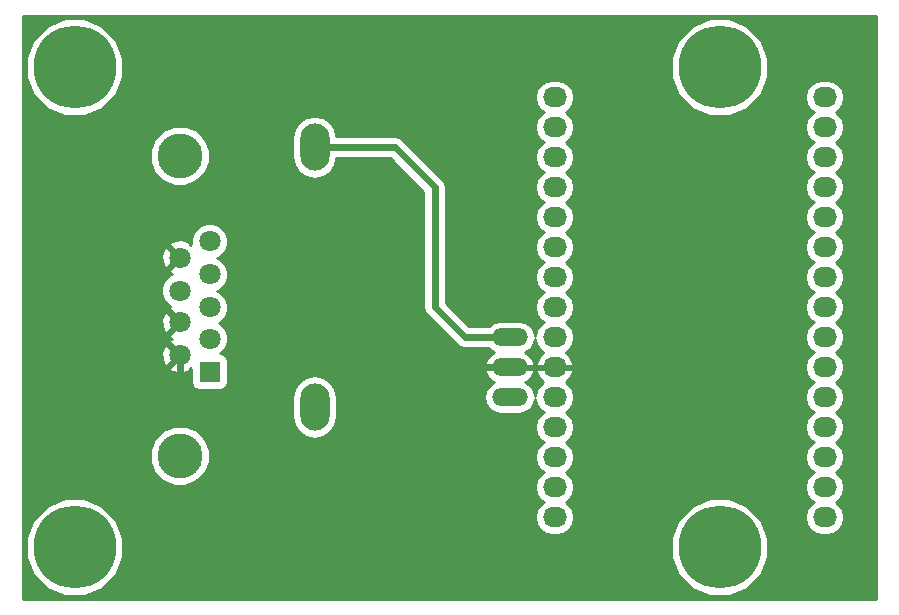
<source format=gbr>
G04 #@! TF.FileFunction,Copper,L1,Top,Signal*
%FSLAX46Y46*%
G04 Gerber Fmt 4.6, Leading zero omitted, Abs format (unit mm)*
G04 Created by KiCad (PCBNEW 4.0.5+dfsg1-4) date Mon Apr 17 17:31:13 2017*
%MOMM*%
%LPD*%
G01*
G04 APERTURE LIST*
%ADD10C,0.100000*%
%ADD11O,2.032000X1.727200*%
%ADD12C,3.810000*%
%ADD13R,1.800000X1.800000*%
%ADD14C,1.800000*%
%ADD15O,2.499360X4.000500*%
%ADD16O,3.014980X1.506220*%
%ADD17C,7.000000*%
%ADD18C,0.600000*%
%ADD19C,0.254000*%
G04 APERTURE END LIST*
D10*
D11*
X93980000Y-43180000D03*
X93980000Y-45720000D03*
X93980000Y-48260000D03*
X93980000Y-50800000D03*
X93980000Y-53340000D03*
X93980000Y-55880000D03*
X93980000Y-58420000D03*
X93980000Y-60960000D03*
X93980000Y-63500000D03*
X93980000Y-66040000D03*
X93980000Y-68580000D03*
X93980000Y-71120000D03*
X93980000Y-73660000D03*
X93980000Y-76200000D03*
X93980000Y-78740000D03*
X116840000Y-43180000D03*
X116840000Y-73660000D03*
X116840000Y-76200000D03*
X116840000Y-71120000D03*
X116840000Y-55880000D03*
X116840000Y-53340000D03*
X116840000Y-58420000D03*
X116840000Y-78740000D03*
X116840000Y-63500000D03*
X116840000Y-60960000D03*
X116840000Y-66040000D03*
X116840000Y-68580000D03*
X116840000Y-48260000D03*
X116840000Y-50800000D03*
X116840000Y-45720000D03*
D12*
X62230000Y-48133000D03*
X62230000Y-73533000D03*
D13*
X64770000Y-66421000D03*
D14*
X64770000Y-63627000D03*
X64770000Y-60960000D03*
X64770000Y-58166000D03*
X64770000Y-55372000D03*
X62230000Y-65024000D03*
X62230000Y-62230000D03*
X62230000Y-59563000D03*
X62230000Y-56769000D03*
D15*
X73660000Y-47419260D03*
X73660000Y-69420740D03*
D16*
X90170000Y-68580000D03*
X90170000Y-66040000D03*
X90170000Y-63500000D03*
D17*
X53340000Y-81280000D03*
X107950000Y-81280000D03*
X107950000Y-40640000D03*
X53340000Y-40640000D03*
D18*
X62230000Y-65024000D02*
X62230000Y-68580000D01*
X85090000Y-66040000D02*
X90170000Y-66040000D01*
X77470000Y-73660000D02*
X85090000Y-66040000D01*
X69850000Y-73660000D02*
X77470000Y-73660000D01*
X66040000Y-69850000D02*
X69850000Y-73660000D01*
X63500000Y-69850000D02*
X66040000Y-69850000D01*
X62230000Y-68580000D02*
X63500000Y-69850000D01*
X73660000Y-47419260D02*
X80439260Y-47419260D01*
X86360000Y-63500000D02*
X90170000Y-63500000D01*
X83820000Y-60960000D02*
X86360000Y-63500000D01*
X83820000Y-50800000D02*
X83820000Y-60960000D01*
X80439260Y-47419260D02*
X83820000Y-50800000D01*
D19*
G36*
X121210000Y-85650000D02*
X48970000Y-85650000D01*
X48970000Y-82098894D01*
X49204284Y-82098894D01*
X49832474Y-83619229D01*
X50994653Y-84783438D01*
X52513889Y-85414280D01*
X54158894Y-85415716D01*
X55679229Y-84787526D01*
X56843438Y-83625347D01*
X57474280Y-82106111D01*
X57474286Y-82098894D01*
X103814284Y-82098894D01*
X104442474Y-83619229D01*
X105604653Y-84783438D01*
X107123889Y-85414280D01*
X108768894Y-85415716D01*
X110289229Y-84787526D01*
X111453438Y-83625347D01*
X112084280Y-82106111D01*
X112085716Y-80461106D01*
X111457526Y-78940771D01*
X110295347Y-77776562D01*
X108776111Y-77145720D01*
X107131106Y-77144284D01*
X105610771Y-77772474D01*
X104446562Y-78934653D01*
X103815720Y-80453889D01*
X103814284Y-82098894D01*
X57474286Y-82098894D01*
X57475716Y-80461106D01*
X56847526Y-78940771D01*
X55685347Y-77776562D01*
X54166111Y-77145720D01*
X52521106Y-77144284D01*
X51000771Y-77772474D01*
X49836562Y-78934653D01*
X49205720Y-80453889D01*
X49204284Y-82098894D01*
X48970000Y-82098894D01*
X48970000Y-74036021D01*
X59689560Y-74036021D01*
X60075437Y-74969915D01*
X60789327Y-75685052D01*
X61722546Y-76072559D01*
X62733021Y-76073440D01*
X63666915Y-75687563D01*
X64382052Y-74973673D01*
X64769559Y-74040454D01*
X64770440Y-73029979D01*
X64384563Y-72096085D01*
X63670673Y-71380948D01*
X62737454Y-70993441D01*
X61726979Y-70992560D01*
X60793085Y-71378437D01*
X60077948Y-72092327D01*
X59690441Y-73025546D01*
X59689560Y-74036021D01*
X48970000Y-74036021D01*
X48970000Y-68618542D01*
X71775320Y-68618542D01*
X71775320Y-70222938D01*
X71918783Y-70944174D01*
X72327330Y-71555608D01*
X72938764Y-71964155D01*
X73660000Y-72107618D01*
X74381236Y-71964155D01*
X74992670Y-71555608D01*
X75401217Y-70944174D01*
X75544680Y-70222938D01*
X75544680Y-68618542D01*
X75537014Y-68580000D01*
X87985536Y-68580000D01*
X88091200Y-69111207D01*
X88392104Y-69561542D01*
X88842439Y-69862446D01*
X89373646Y-69968110D01*
X90966354Y-69968110D01*
X91497561Y-69862446D01*
X91947896Y-69561542D01*
X92248800Y-69111207D01*
X92325559Y-68725313D01*
X92410729Y-69153489D01*
X92735585Y-69639670D01*
X93050366Y-69850000D01*
X92735585Y-70060330D01*
X92410729Y-70546511D01*
X92296655Y-71120000D01*
X92410729Y-71693489D01*
X92735585Y-72179670D01*
X93050366Y-72390000D01*
X92735585Y-72600330D01*
X92410729Y-73086511D01*
X92296655Y-73660000D01*
X92410729Y-74233489D01*
X92735585Y-74719670D01*
X93050366Y-74930000D01*
X92735585Y-75140330D01*
X92410729Y-75626511D01*
X92296655Y-76200000D01*
X92410729Y-76773489D01*
X92735585Y-77259670D01*
X93050366Y-77470000D01*
X92735585Y-77680330D01*
X92410729Y-78166511D01*
X92296655Y-78740000D01*
X92410729Y-79313489D01*
X92735585Y-79799670D01*
X93221766Y-80124526D01*
X93795255Y-80238600D01*
X94164745Y-80238600D01*
X94738234Y-80124526D01*
X95224415Y-79799670D01*
X95549271Y-79313489D01*
X95663345Y-78740000D01*
X95549271Y-78166511D01*
X95224415Y-77680330D01*
X94909634Y-77470000D01*
X95224415Y-77259670D01*
X95549271Y-76773489D01*
X95663345Y-76200000D01*
X95549271Y-75626511D01*
X95224415Y-75140330D01*
X94909634Y-74930000D01*
X95224415Y-74719670D01*
X95549271Y-74233489D01*
X95663345Y-73660000D01*
X95549271Y-73086511D01*
X95224415Y-72600330D01*
X94909634Y-72390000D01*
X95224415Y-72179670D01*
X95549271Y-71693489D01*
X95663345Y-71120000D01*
X95549271Y-70546511D01*
X95224415Y-70060330D01*
X94909634Y-69850000D01*
X95224415Y-69639670D01*
X95549271Y-69153489D01*
X95663345Y-68580000D01*
X95549271Y-68006511D01*
X95224415Y-67520330D01*
X94914931Y-67313539D01*
X95330732Y-66942036D01*
X95584709Y-66414791D01*
X95587358Y-66399026D01*
X95466217Y-66167000D01*
X94107000Y-66167000D01*
X94107000Y-66187000D01*
X93853000Y-66187000D01*
X93853000Y-66167000D01*
X92493783Y-66167000D01*
X92372642Y-66399026D01*
X92375291Y-66414791D01*
X92629268Y-66942036D01*
X93045069Y-67313539D01*
X92735585Y-67520330D01*
X92410729Y-68006511D01*
X92325559Y-68434687D01*
X92248800Y-68048793D01*
X91947896Y-67598458D01*
X91497561Y-67297554D01*
X91494694Y-67296984D01*
X91572919Y-67273846D01*
X91995724Y-66931740D01*
X92255427Y-66453875D01*
X92269783Y-66381674D01*
X92147162Y-66167000D01*
X90297000Y-66167000D01*
X90297000Y-66187000D01*
X90043000Y-66187000D01*
X90043000Y-66167000D01*
X88192838Y-66167000D01*
X88070217Y-66381674D01*
X88084573Y-66453875D01*
X88344276Y-66931740D01*
X88767081Y-67273846D01*
X88845306Y-67296984D01*
X88842439Y-67297554D01*
X88392104Y-67598458D01*
X88091200Y-68048793D01*
X87985536Y-68580000D01*
X75537014Y-68580000D01*
X75401217Y-67897306D01*
X74992670Y-67285872D01*
X74381236Y-66877325D01*
X73660000Y-66733862D01*
X72938764Y-66877325D01*
X72327330Y-67285872D01*
X71918783Y-67897306D01*
X71775320Y-68618542D01*
X48970000Y-68618542D01*
X48970000Y-64783336D01*
X60683542Y-64783336D01*
X60709161Y-65393460D01*
X60893357Y-65838148D01*
X61149841Y-65924554D01*
X62050395Y-65024000D01*
X61149841Y-64123446D01*
X60893357Y-64209852D01*
X60683542Y-64783336D01*
X48970000Y-64783336D01*
X48970000Y-61989336D01*
X60683542Y-61989336D01*
X60709161Y-62599460D01*
X60893357Y-63044148D01*
X61149841Y-63130554D01*
X62050395Y-62230000D01*
X61149841Y-61329446D01*
X60893357Y-61415852D01*
X60683542Y-61989336D01*
X48970000Y-61989336D01*
X48970000Y-59866991D01*
X60694735Y-59866991D01*
X60927932Y-60431371D01*
X61359357Y-60863551D01*
X61423504Y-60890187D01*
X61415852Y-60893357D01*
X61329446Y-61149841D01*
X62230000Y-62050395D01*
X62244143Y-62036253D01*
X62423748Y-62215858D01*
X62409605Y-62230000D01*
X62423748Y-62244143D01*
X62244143Y-62423748D01*
X62230000Y-62409605D01*
X61329446Y-63310159D01*
X61415852Y-63566643D01*
X61570599Y-63623259D01*
X61415852Y-63687357D01*
X61329446Y-63943841D01*
X62230000Y-64844395D01*
X62244143Y-64830253D01*
X62423748Y-65009858D01*
X62409605Y-65024000D01*
X62423748Y-65038143D01*
X62244143Y-65217748D01*
X62230000Y-65203605D01*
X61329446Y-66104159D01*
X61415852Y-66360643D01*
X61989336Y-66570458D01*
X62599460Y-66544839D01*
X63044148Y-66360643D01*
X63130553Y-66104161D01*
X63222560Y-66196168D01*
X63222560Y-67321000D01*
X63266838Y-67556317D01*
X63405910Y-67772441D01*
X63618110Y-67917431D01*
X63870000Y-67968440D01*
X65670000Y-67968440D01*
X65905317Y-67924162D01*
X66121441Y-67785090D01*
X66266431Y-67572890D01*
X66317440Y-67321000D01*
X66317440Y-65521000D01*
X66273162Y-65285683D01*
X66134090Y-65069559D01*
X65921890Y-64924569D01*
X65689933Y-64877596D01*
X66070551Y-64497643D01*
X66304733Y-63933670D01*
X66305265Y-63323009D01*
X66072068Y-62758629D01*
X65640643Y-62326449D01*
X65561795Y-62293709D01*
X65638371Y-62262068D01*
X66070551Y-61830643D01*
X66304733Y-61266670D01*
X66305265Y-60656009D01*
X66072068Y-60091629D01*
X65640643Y-59659449D01*
X65408493Y-59563052D01*
X65638371Y-59468068D01*
X66070551Y-59036643D01*
X66304733Y-58472670D01*
X66305265Y-57862009D01*
X66072068Y-57297629D01*
X65640643Y-56865449D01*
X65408493Y-56769052D01*
X65638371Y-56674068D01*
X66070551Y-56242643D01*
X66304733Y-55678670D01*
X66305265Y-55068009D01*
X66072068Y-54503629D01*
X65640643Y-54071449D01*
X65076670Y-53837267D01*
X64466009Y-53836735D01*
X63901629Y-54069932D01*
X63469449Y-54501357D01*
X63235267Y-55065330D01*
X63234815Y-55584577D01*
X63130553Y-55688839D01*
X63044148Y-55432357D01*
X62470664Y-55222542D01*
X61860540Y-55248161D01*
X61415852Y-55432357D01*
X61329446Y-55688841D01*
X62230000Y-56589395D01*
X62244143Y-56575253D01*
X62423748Y-56754858D01*
X62409605Y-56769000D01*
X62423748Y-56783143D01*
X62244143Y-56962748D01*
X62230000Y-56948605D01*
X61329446Y-57849159D01*
X61415852Y-58105643D01*
X61586424Y-58168049D01*
X61361629Y-58260932D01*
X60929449Y-58692357D01*
X60695267Y-59256330D01*
X60694735Y-59866991D01*
X48970000Y-59866991D01*
X48970000Y-56528336D01*
X60683542Y-56528336D01*
X60709161Y-57138460D01*
X60893357Y-57583148D01*
X61149841Y-57669554D01*
X62050395Y-56769000D01*
X61149841Y-55868446D01*
X60893357Y-55954852D01*
X60683542Y-56528336D01*
X48970000Y-56528336D01*
X48970000Y-48636021D01*
X59689560Y-48636021D01*
X60075437Y-49569915D01*
X60789327Y-50285052D01*
X61722546Y-50672559D01*
X62733021Y-50673440D01*
X63666915Y-50287563D01*
X64382052Y-49573673D01*
X64769559Y-48640454D01*
X64770440Y-47629979D01*
X64384563Y-46696085D01*
X64305678Y-46617062D01*
X71775320Y-46617062D01*
X71775320Y-48221458D01*
X71918783Y-48942694D01*
X72327330Y-49554128D01*
X72938764Y-49962675D01*
X73660000Y-50106138D01*
X74381236Y-49962675D01*
X74992670Y-49554128D01*
X75401217Y-48942694D01*
X75518264Y-48354260D01*
X80051970Y-48354260D01*
X82885000Y-51187290D01*
X82885000Y-60960000D01*
X82956173Y-61317809D01*
X83158855Y-61621145D01*
X85698855Y-64161145D01*
X86002191Y-64363827D01*
X86360000Y-64435000D01*
X88361006Y-64435000D01*
X88392104Y-64481542D01*
X88842439Y-64782446D01*
X88845306Y-64783016D01*
X88767081Y-64806154D01*
X88344276Y-65148260D01*
X88084573Y-65626125D01*
X88070217Y-65698326D01*
X88192838Y-65913000D01*
X90043000Y-65913000D01*
X90043000Y-65893000D01*
X90297000Y-65893000D01*
X90297000Y-65913000D01*
X92147162Y-65913000D01*
X92269783Y-65698326D01*
X92255427Y-65626125D01*
X91995724Y-65148260D01*
X91572919Y-64806154D01*
X91494694Y-64783016D01*
X91497561Y-64782446D01*
X91947896Y-64481542D01*
X92248800Y-64031207D01*
X92325559Y-63645313D01*
X92410729Y-64073489D01*
X92735585Y-64559670D01*
X93045069Y-64766461D01*
X92629268Y-65137964D01*
X92375291Y-65665209D01*
X92372642Y-65680974D01*
X92493783Y-65913000D01*
X93853000Y-65913000D01*
X93853000Y-65893000D01*
X94107000Y-65893000D01*
X94107000Y-65913000D01*
X95466217Y-65913000D01*
X95587358Y-65680974D01*
X95584709Y-65665209D01*
X95330732Y-65137964D01*
X94914931Y-64766461D01*
X95224415Y-64559670D01*
X95549271Y-64073489D01*
X95663345Y-63500000D01*
X95549271Y-62926511D01*
X95224415Y-62440330D01*
X94909634Y-62230000D01*
X95224415Y-62019670D01*
X95549271Y-61533489D01*
X95663345Y-60960000D01*
X95549271Y-60386511D01*
X95224415Y-59900330D01*
X94909634Y-59690000D01*
X95224415Y-59479670D01*
X95549271Y-58993489D01*
X95663345Y-58420000D01*
X95549271Y-57846511D01*
X95224415Y-57360330D01*
X94909634Y-57150000D01*
X95224415Y-56939670D01*
X95549271Y-56453489D01*
X95663345Y-55880000D01*
X95549271Y-55306511D01*
X95224415Y-54820330D01*
X94909634Y-54610000D01*
X95224415Y-54399670D01*
X95549271Y-53913489D01*
X95663345Y-53340000D01*
X95549271Y-52766511D01*
X95224415Y-52280330D01*
X94909634Y-52070000D01*
X95224415Y-51859670D01*
X95549271Y-51373489D01*
X95663345Y-50800000D01*
X95549271Y-50226511D01*
X95224415Y-49740330D01*
X94909634Y-49530000D01*
X95224415Y-49319670D01*
X95549271Y-48833489D01*
X95663345Y-48260000D01*
X95549271Y-47686511D01*
X95224415Y-47200330D01*
X94909634Y-46990000D01*
X95224415Y-46779670D01*
X95549271Y-46293489D01*
X95663345Y-45720000D01*
X95549271Y-45146511D01*
X95224415Y-44660330D01*
X94909634Y-44450000D01*
X95224415Y-44239670D01*
X95549271Y-43753489D01*
X95663345Y-43180000D01*
X95549271Y-42606511D01*
X95224415Y-42120330D01*
X94738234Y-41795474D01*
X94164745Y-41681400D01*
X93795255Y-41681400D01*
X93221766Y-41795474D01*
X92735585Y-42120330D01*
X92410729Y-42606511D01*
X92296655Y-43180000D01*
X92410729Y-43753489D01*
X92735585Y-44239670D01*
X93050366Y-44450000D01*
X92735585Y-44660330D01*
X92410729Y-45146511D01*
X92296655Y-45720000D01*
X92410729Y-46293489D01*
X92735585Y-46779670D01*
X93050366Y-46990000D01*
X92735585Y-47200330D01*
X92410729Y-47686511D01*
X92296655Y-48260000D01*
X92410729Y-48833489D01*
X92735585Y-49319670D01*
X93050366Y-49530000D01*
X92735585Y-49740330D01*
X92410729Y-50226511D01*
X92296655Y-50800000D01*
X92410729Y-51373489D01*
X92735585Y-51859670D01*
X93050366Y-52070000D01*
X92735585Y-52280330D01*
X92410729Y-52766511D01*
X92296655Y-53340000D01*
X92410729Y-53913489D01*
X92735585Y-54399670D01*
X93050366Y-54610000D01*
X92735585Y-54820330D01*
X92410729Y-55306511D01*
X92296655Y-55880000D01*
X92410729Y-56453489D01*
X92735585Y-56939670D01*
X93050366Y-57150000D01*
X92735585Y-57360330D01*
X92410729Y-57846511D01*
X92296655Y-58420000D01*
X92410729Y-58993489D01*
X92735585Y-59479670D01*
X93050366Y-59690000D01*
X92735585Y-59900330D01*
X92410729Y-60386511D01*
X92296655Y-60960000D01*
X92410729Y-61533489D01*
X92735585Y-62019670D01*
X93050366Y-62230000D01*
X92735585Y-62440330D01*
X92410729Y-62926511D01*
X92325559Y-63354687D01*
X92248800Y-62968793D01*
X91947896Y-62518458D01*
X91497561Y-62217554D01*
X90966354Y-62111890D01*
X89373646Y-62111890D01*
X88842439Y-62217554D01*
X88392104Y-62518458D01*
X88361006Y-62565000D01*
X86747290Y-62565000D01*
X84755000Y-60572710D01*
X84755000Y-50800000D01*
X84683827Y-50442191D01*
X84481145Y-50138855D01*
X81100405Y-46758115D01*
X80797069Y-46555433D01*
X80439260Y-46484260D01*
X75518264Y-46484260D01*
X75401217Y-45895826D01*
X74992670Y-45284392D01*
X74381236Y-44875845D01*
X73660000Y-44732382D01*
X72938764Y-44875845D01*
X72327330Y-45284392D01*
X71918783Y-45895826D01*
X71775320Y-46617062D01*
X64305678Y-46617062D01*
X63670673Y-45980948D01*
X62737454Y-45593441D01*
X61726979Y-45592560D01*
X60793085Y-45978437D01*
X60077948Y-46692327D01*
X59690441Y-47625546D01*
X59689560Y-48636021D01*
X48970000Y-48636021D01*
X48970000Y-41458894D01*
X49204284Y-41458894D01*
X49832474Y-42979229D01*
X50994653Y-44143438D01*
X52513889Y-44774280D01*
X54158894Y-44775716D01*
X55679229Y-44147526D01*
X56843438Y-42985347D01*
X57474280Y-41466111D01*
X57474286Y-41458894D01*
X103814284Y-41458894D01*
X104442474Y-42979229D01*
X105604653Y-44143438D01*
X107123889Y-44774280D01*
X108768894Y-44775716D01*
X110289229Y-44147526D01*
X111258444Y-43180000D01*
X115156655Y-43180000D01*
X115270729Y-43753489D01*
X115595585Y-44239670D01*
X115910366Y-44450000D01*
X115595585Y-44660330D01*
X115270729Y-45146511D01*
X115156655Y-45720000D01*
X115270729Y-46293489D01*
X115595585Y-46779670D01*
X115910366Y-46990000D01*
X115595585Y-47200330D01*
X115270729Y-47686511D01*
X115156655Y-48260000D01*
X115270729Y-48833489D01*
X115595585Y-49319670D01*
X115910366Y-49530000D01*
X115595585Y-49740330D01*
X115270729Y-50226511D01*
X115156655Y-50800000D01*
X115270729Y-51373489D01*
X115595585Y-51859670D01*
X115910366Y-52070000D01*
X115595585Y-52280330D01*
X115270729Y-52766511D01*
X115156655Y-53340000D01*
X115270729Y-53913489D01*
X115595585Y-54399670D01*
X115910366Y-54610000D01*
X115595585Y-54820330D01*
X115270729Y-55306511D01*
X115156655Y-55880000D01*
X115270729Y-56453489D01*
X115595585Y-56939670D01*
X115910366Y-57150000D01*
X115595585Y-57360330D01*
X115270729Y-57846511D01*
X115156655Y-58420000D01*
X115270729Y-58993489D01*
X115595585Y-59479670D01*
X115910366Y-59690000D01*
X115595585Y-59900330D01*
X115270729Y-60386511D01*
X115156655Y-60960000D01*
X115270729Y-61533489D01*
X115595585Y-62019670D01*
X115910366Y-62230000D01*
X115595585Y-62440330D01*
X115270729Y-62926511D01*
X115156655Y-63500000D01*
X115270729Y-64073489D01*
X115595585Y-64559670D01*
X115910366Y-64770000D01*
X115595585Y-64980330D01*
X115270729Y-65466511D01*
X115156655Y-66040000D01*
X115270729Y-66613489D01*
X115595585Y-67099670D01*
X115910366Y-67310000D01*
X115595585Y-67520330D01*
X115270729Y-68006511D01*
X115156655Y-68580000D01*
X115270729Y-69153489D01*
X115595585Y-69639670D01*
X115910366Y-69850000D01*
X115595585Y-70060330D01*
X115270729Y-70546511D01*
X115156655Y-71120000D01*
X115270729Y-71693489D01*
X115595585Y-72179670D01*
X115910366Y-72390000D01*
X115595585Y-72600330D01*
X115270729Y-73086511D01*
X115156655Y-73660000D01*
X115270729Y-74233489D01*
X115595585Y-74719670D01*
X115910366Y-74930000D01*
X115595585Y-75140330D01*
X115270729Y-75626511D01*
X115156655Y-76200000D01*
X115270729Y-76773489D01*
X115595585Y-77259670D01*
X115910366Y-77470000D01*
X115595585Y-77680330D01*
X115270729Y-78166511D01*
X115156655Y-78740000D01*
X115270729Y-79313489D01*
X115595585Y-79799670D01*
X116081766Y-80124526D01*
X116655255Y-80238600D01*
X117024745Y-80238600D01*
X117598234Y-80124526D01*
X118084415Y-79799670D01*
X118409271Y-79313489D01*
X118523345Y-78740000D01*
X118409271Y-78166511D01*
X118084415Y-77680330D01*
X117769634Y-77470000D01*
X118084415Y-77259670D01*
X118409271Y-76773489D01*
X118523345Y-76200000D01*
X118409271Y-75626511D01*
X118084415Y-75140330D01*
X117769634Y-74930000D01*
X118084415Y-74719670D01*
X118409271Y-74233489D01*
X118523345Y-73660000D01*
X118409271Y-73086511D01*
X118084415Y-72600330D01*
X117769634Y-72390000D01*
X118084415Y-72179670D01*
X118409271Y-71693489D01*
X118523345Y-71120000D01*
X118409271Y-70546511D01*
X118084415Y-70060330D01*
X117769634Y-69850000D01*
X118084415Y-69639670D01*
X118409271Y-69153489D01*
X118523345Y-68580000D01*
X118409271Y-68006511D01*
X118084415Y-67520330D01*
X117769634Y-67310000D01*
X118084415Y-67099670D01*
X118409271Y-66613489D01*
X118523345Y-66040000D01*
X118409271Y-65466511D01*
X118084415Y-64980330D01*
X117769634Y-64770000D01*
X118084415Y-64559670D01*
X118409271Y-64073489D01*
X118523345Y-63500000D01*
X118409271Y-62926511D01*
X118084415Y-62440330D01*
X117769634Y-62230000D01*
X118084415Y-62019670D01*
X118409271Y-61533489D01*
X118523345Y-60960000D01*
X118409271Y-60386511D01*
X118084415Y-59900330D01*
X117769634Y-59690000D01*
X118084415Y-59479670D01*
X118409271Y-58993489D01*
X118523345Y-58420000D01*
X118409271Y-57846511D01*
X118084415Y-57360330D01*
X117769634Y-57150000D01*
X118084415Y-56939670D01*
X118409271Y-56453489D01*
X118523345Y-55880000D01*
X118409271Y-55306511D01*
X118084415Y-54820330D01*
X117769634Y-54610000D01*
X118084415Y-54399670D01*
X118409271Y-53913489D01*
X118523345Y-53340000D01*
X118409271Y-52766511D01*
X118084415Y-52280330D01*
X117769634Y-52070000D01*
X118084415Y-51859670D01*
X118409271Y-51373489D01*
X118523345Y-50800000D01*
X118409271Y-50226511D01*
X118084415Y-49740330D01*
X117769634Y-49530000D01*
X118084415Y-49319670D01*
X118409271Y-48833489D01*
X118523345Y-48260000D01*
X118409271Y-47686511D01*
X118084415Y-47200330D01*
X117769634Y-46990000D01*
X118084415Y-46779670D01*
X118409271Y-46293489D01*
X118523345Y-45720000D01*
X118409271Y-45146511D01*
X118084415Y-44660330D01*
X117769634Y-44450000D01*
X118084415Y-44239670D01*
X118409271Y-43753489D01*
X118523345Y-43180000D01*
X118409271Y-42606511D01*
X118084415Y-42120330D01*
X117598234Y-41795474D01*
X117024745Y-41681400D01*
X116655255Y-41681400D01*
X116081766Y-41795474D01*
X115595585Y-42120330D01*
X115270729Y-42606511D01*
X115156655Y-43180000D01*
X111258444Y-43180000D01*
X111453438Y-42985347D01*
X112084280Y-41466111D01*
X112085716Y-39821106D01*
X111457526Y-38300771D01*
X110295347Y-37136562D01*
X108776111Y-36505720D01*
X107131106Y-36504284D01*
X105610771Y-37132474D01*
X104446562Y-38294653D01*
X103815720Y-39813889D01*
X103814284Y-41458894D01*
X57474286Y-41458894D01*
X57475716Y-39821106D01*
X56847526Y-38300771D01*
X55685347Y-37136562D01*
X54166111Y-36505720D01*
X52521106Y-36504284D01*
X51000771Y-37132474D01*
X49836562Y-38294653D01*
X49205720Y-39813889D01*
X49204284Y-41458894D01*
X48970000Y-41458894D01*
X48970000Y-36270000D01*
X121210000Y-36270000D01*
X121210000Y-85650000D01*
X121210000Y-85650000D01*
G37*
X121210000Y-85650000D02*
X48970000Y-85650000D01*
X48970000Y-82098894D01*
X49204284Y-82098894D01*
X49832474Y-83619229D01*
X50994653Y-84783438D01*
X52513889Y-85414280D01*
X54158894Y-85415716D01*
X55679229Y-84787526D01*
X56843438Y-83625347D01*
X57474280Y-82106111D01*
X57474286Y-82098894D01*
X103814284Y-82098894D01*
X104442474Y-83619229D01*
X105604653Y-84783438D01*
X107123889Y-85414280D01*
X108768894Y-85415716D01*
X110289229Y-84787526D01*
X111453438Y-83625347D01*
X112084280Y-82106111D01*
X112085716Y-80461106D01*
X111457526Y-78940771D01*
X110295347Y-77776562D01*
X108776111Y-77145720D01*
X107131106Y-77144284D01*
X105610771Y-77772474D01*
X104446562Y-78934653D01*
X103815720Y-80453889D01*
X103814284Y-82098894D01*
X57474286Y-82098894D01*
X57475716Y-80461106D01*
X56847526Y-78940771D01*
X55685347Y-77776562D01*
X54166111Y-77145720D01*
X52521106Y-77144284D01*
X51000771Y-77772474D01*
X49836562Y-78934653D01*
X49205720Y-80453889D01*
X49204284Y-82098894D01*
X48970000Y-82098894D01*
X48970000Y-74036021D01*
X59689560Y-74036021D01*
X60075437Y-74969915D01*
X60789327Y-75685052D01*
X61722546Y-76072559D01*
X62733021Y-76073440D01*
X63666915Y-75687563D01*
X64382052Y-74973673D01*
X64769559Y-74040454D01*
X64770440Y-73029979D01*
X64384563Y-72096085D01*
X63670673Y-71380948D01*
X62737454Y-70993441D01*
X61726979Y-70992560D01*
X60793085Y-71378437D01*
X60077948Y-72092327D01*
X59690441Y-73025546D01*
X59689560Y-74036021D01*
X48970000Y-74036021D01*
X48970000Y-68618542D01*
X71775320Y-68618542D01*
X71775320Y-70222938D01*
X71918783Y-70944174D01*
X72327330Y-71555608D01*
X72938764Y-71964155D01*
X73660000Y-72107618D01*
X74381236Y-71964155D01*
X74992670Y-71555608D01*
X75401217Y-70944174D01*
X75544680Y-70222938D01*
X75544680Y-68618542D01*
X75537014Y-68580000D01*
X87985536Y-68580000D01*
X88091200Y-69111207D01*
X88392104Y-69561542D01*
X88842439Y-69862446D01*
X89373646Y-69968110D01*
X90966354Y-69968110D01*
X91497561Y-69862446D01*
X91947896Y-69561542D01*
X92248800Y-69111207D01*
X92325559Y-68725313D01*
X92410729Y-69153489D01*
X92735585Y-69639670D01*
X93050366Y-69850000D01*
X92735585Y-70060330D01*
X92410729Y-70546511D01*
X92296655Y-71120000D01*
X92410729Y-71693489D01*
X92735585Y-72179670D01*
X93050366Y-72390000D01*
X92735585Y-72600330D01*
X92410729Y-73086511D01*
X92296655Y-73660000D01*
X92410729Y-74233489D01*
X92735585Y-74719670D01*
X93050366Y-74930000D01*
X92735585Y-75140330D01*
X92410729Y-75626511D01*
X92296655Y-76200000D01*
X92410729Y-76773489D01*
X92735585Y-77259670D01*
X93050366Y-77470000D01*
X92735585Y-77680330D01*
X92410729Y-78166511D01*
X92296655Y-78740000D01*
X92410729Y-79313489D01*
X92735585Y-79799670D01*
X93221766Y-80124526D01*
X93795255Y-80238600D01*
X94164745Y-80238600D01*
X94738234Y-80124526D01*
X95224415Y-79799670D01*
X95549271Y-79313489D01*
X95663345Y-78740000D01*
X95549271Y-78166511D01*
X95224415Y-77680330D01*
X94909634Y-77470000D01*
X95224415Y-77259670D01*
X95549271Y-76773489D01*
X95663345Y-76200000D01*
X95549271Y-75626511D01*
X95224415Y-75140330D01*
X94909634Y-74930000D01*
X95224415Y-74719670D01*
X95549271Y-74233489D01*
X95663345Y-73660000D01*
X95549271Y-73086511D01*
X95224415Y-72600330D01*
X94909634Y-72390000D01*
X95224415Y-72179670D01*
X95549271Y-71693489D01*
X95663345Y-71120000D01*
X95549271Y-70546511D01*
X95224415Y-70060330D01*
X94909634Y-69850000D01*
X95224415Y-69639670D01*
X95549271Y-69153489D01*
X95663345Y-68580000D01*
X95549271Y-68006511D01*
X95224415Y-67520330D01*
X94914931Y-67313539D01*
X95330732Y-66942036D01*
X95584709Y-66414791D01*
X95587358Y-66399026D01*
X95466217Y-66167000D01*
X94107000Y-66167000D01*
X94107000Y-66187000D01*
X93853000Y-66187000D01*
X93853000Y-66167000D01*
X92493783Y-66167000D01*
X92372642Y-66399026D01*
X92375291Y-66414791D01*
X92629268Y-66942036D01*
X93045069Y-67313539D01*
X92735585Y-67520330D01*
X92410729Y-68006511D01*
X92325559Y-68434687D01*
X92248800Y-68048793D01*
X91947896Y-67598458D01*
X91497561Y-67297554D01*
X91494694Y-67296984D01*
X91572919Y-67273846D01*
X91995724Y-66931740D01*
X92255427Y-66453875D01*
X92269783Y-66381674D01*
X92147162Y-66167000D01*
X90297000Y-66167000D01*
X90297000Y-66187000D01*
X90043000Y-66187000D01*
X90043000Y-66167000D01*
X88192838Y-66167000D01*
X88070217Y-66381674D01*
X88084573Y-66453875D01*
X88344276Y-66931740D01*
X88767081Y-67273846D01*
X88845306Y-67296984D01*
X88842439Y-67297554D01*
X88392104Y-67598458D01*
X88091200Y-68048793D01*
X87985536Y-68580000D01*
X75537014Y-68580000D01*
X75401217Y-67897306D01*
X74992670Y-67285872D01*
X74381236Y-66877325D01*
X73660000Y-66733862D01*
X72938764Y-66877325D01*
X72327330Y-67285872D01*
X71918783Y-67897306D01*
X71775320Y-68618542D01*
X48970000Y-68618542D01*
X48970000Y-64783336D01*
X60683542Y-64783336D01*
X60709161Y-65393460D01*
X60893357Y-65838148D01*
X61149841Y-65924554D01*
X62050395Y-65024000D01*
X61149841Y-64123446D01*
X60893357Y-64209852D01*
X60683542Y-64783336D01*
X48970000Y-64783336D01*
X48970000Y-61989336D01*
X60683542Y-61989336D01*
X60709161Y-62599460D01*
X60893357Y-63044148D01*
X61149841Y-63130554D01*
X62050395Y-62230000D01*
X61149841Y-61329446D01*
X60893357Y-61415852D01*
X60683542Y-61989336D01*
X48970000Y-61989336D01*
X48970000Y-59866991D01*
X60694735Y-59866991D01*
X60927932Y-60431371D01*
X61359357Y-60863551D01*
X61423504Y-60890187D01*
X61415852Y-60893357D01*
X61329446Y-61149841D01*
X62230000Y-62050395D01*
X62244143Y-62036253D01*
X62423748Y-62215858D01*
X62409605Y-62230000D01*
X62423748Y-62244143D01*
X62244143Y-62423748D01*
X62230000Y-62409605D01*
X61329446Y-63310159D01*
X61415852Y-63566643D01*
X61570599Y-63623259D01*
X61415852Y-63687357D01*
X61329446Y-63943841D01*
X62230000Y-64844395D01*
X62244143Y-64830253D01*
X62423748Y-65009858D01*
X62409605Y-65024000D01*
X62423748Y-65038143D01*
X62244143Y-65217748D01*
X62230000Y-65203605D01*
X61329446Y-66104159D01*
X61415852Y-66360643D01*
X61989336Y-66570458D01*
X62599460Y-66544839D01*
X63044148Y-66360643D01*
X63130553Y-66104161D01*
X63222560Y-66196168D01*
X63222560Y-67321000D01*
X63266838Y-67556317D01*
X63405910Y-67772441D01*
X63618110Y-67917431D01*
X63870000Y-67968440D01*
X65670000Y-67968440D01*
X65905317Y-67924162D01*
X66121441Y-67785090D01*
X66266431Y-67572890D01*
X66317440Y-67321000D01*
X66317440Y-65521000D01*
X66273162Y-65285683D01*
X66134090Y-65069559D01*
X65921890Y-64924569D01*
X65689933Y-64877596D01*
X66070551Y-64497643D01*
X66304733Y-63933670D01*
X66305265Y-63323009D01*
X66072068Y-62758629D01*
X65640643Y-62326449D01*
X65561795Y-62293709D01*
X65638371Y-62262068D01*
X66070551Y-61830643D01*
X66304733Y-61266670D01*
X66305265Y-60656009D01*
X66072068Y-60091629D01*
X65640643Y-59659449D01*
X65408493Y-59563052D01*
X65638371Y-59468068D01*
X66070551Y-59036643D01*
X66304733Y-58472670D01*
X66305265Y-57862009D01*
X66072068Y-57297629D01*
X65640643Y-56865449D01*
X65408493Y-56769052D01*
X65638371Y-56674068D01*
X66070551Y-56242643D01*
X66304733Y-55678670D01*
X66305265Y-55068009D01*
X66072068Y-54503629D01*
X65640643Y-54071449D01*
X65076670Y-53837267D01*
X64466009Y-53836735D01*
X63901629Y-54069932D01*
X63469449Y-54501357D01*
X63235267Y-55065330D01*
X63234815Y-55584577D01*
X63130553Y-55688839D01*
X63044148Y-55432357D01*
X62470664Y-55222542D01*
X61860540Y-55248161D01*
X61415852Y-55432357D01*
X61329446Y-55688841D01*
X62230000Y-56589395D01*
X62244143Y-56575253D01*
X62423748Y-56754858D01*
X62409605Y-56769000D01*
X62423748Y-56783143D01*
X62244143Y-56962748D01*
X62230000Y-56948605D01*
X61329446Y-57849159D01*
X61415852Y-58105643D01*
X61586424Y-58168049D01*
X61361629Y-58260932D01*
X60929449Y-58692357D01*
X60695267Y-59256330D01*
X60694735Y-59866991D01*
X48970000Y-59866991D01*
X48970000Y-56528336D01*
X60683542Y-56528336D01*
X60709161Y-57138460D01*
X60893357Y-57583148D01*
X61149841Y-57669554D01*
X62050395Y-56769000D01*
X61149841Y-55868446D01*
X60893357Y-55954852D01*
X60683542Y-56528336D01*
X48970000Y-56528336D01*
X48970000Y-48636021D01*
X59689560Y-48636021D01*
X60075437Y-49569915D01*
X60789327Y-50285052D01*
X61722546Y-50672559D01*
X62733021Y-50673440D01*
X63666915Y-50287563D01*
X64382052Y-49573673D01*
X64769559Y-48640454D01*
X64770440Y-47629979D01*
X64384563Y-46696085D01*
X64305678Y-46617062D01*
X71775320Y-46617062D01*
X71775320Y-48221458D01*
X71918783Y-48942694D01*
X72327330Y-49554128D01*
X72938764Y-49962675D01*
X73660000Y-50106138D01*
X74381236Y-49962675D01*
X74992670Y-49554128D01*
X75401217Y-48942694D01*
X75518264Y-48354260D01*
X80051970Y-48354260D01*
X82885000Y-51187290D01*
X82885000Y-60960000D01*
X82956173Y-61317809D01*
X83158855Y-61621145D01*
X85698855Y-64161145D01*
X86002191Y-64363827D01*
X86360000Y-64435000D01*
X88361006Y-64435000D01*
X88392104Y-64481542D01*
X88842439Y-64782446D01*
X88845306Y-64783016D01*
X88767081Y-64806154D01*
X88344276Y-65148260D01*
X88084573Y-65626125D01*
X88070217Y-65698326D01*
X88192838Y-65913000D01*
X90043000Y-65913000D01*
X90043000Y-65893000D01*
X90297000Y-65893000D01*
X90297000Y-65913000D01*
X92147162Y-65913000D01*
X92269783Y-65698326D01*
X92255427Y-65626125D01*
X91995724Y-65148260D01*
X91572919Y-64806154D01*
X91494694Y-64783016D01*
X91497561Y-64782446D01*
X91947896Y-64481542D01*
X92248800Y-64031207D01*
X92325559Y-63645313D01*
X92410729Y-64073489D01*
X92735585Y-64559670D01*
X93045069Y-64766461D01*
X92629268Y-65137964D01*
X92375291Y-65665209D01*
X92372642Y-65680974D01*
X92493783Y-65913000D01*
X93853000Y-65913000D01*
X93853000Y-65893000D01*
X94107000Y-65893000D01*
X94107000Y-65913000D01*
X95466217Y-65913000D01*
X95587358Y-65680974D01*
X95584709Y-65665209D01*
X95330732Y-65137964D01*
X94914931Y-64766461D01*
X95224415Y-64559670D01*
X95549271Y-64073489D01*
X95663345Y-63500000D01*
X95549271Y-62926511D01*
X95224415Y-62440330D01*
X94909634Y-62230000D01*
X95224415Y-62019670D01*
X95549271Y-61533489D01*
X95663345Y-60960000D01*
X95549271Y-60386511D01*
X95224415Y-59900330D01*
X94909634Y-59690000D01*
X95224415Y-59479670D01*
X95549271Y-58993489D01*
X95663345Y-58420000D01*
X95549271Y-57846511D01*
X95224415Y-57360330D01*
X94909634Y-57150000D01*
X95224415Y-56939670D01*
X95549271Y-56453489D01*
X95663345Y-55880000D01*
X95549271Y-55306511D01*
X95224415Y-54820330D01*
X94909634Y-54610000D01*
X95224415Y-54399670D01*
X95549271Y-53913489D01*
X95663345Y-53340000D01*
X95549271Y-52766511D01*
X95224415Y-52280330D01*
X94909634Y-52070000D01*
X95224415Y-51859670D01*
X95549271Y-51373489D01*
X95663345Y-50800000D01*
X95549271Y-50226511D01*
X95224415Y-49740330D01*
X94909634Y-49530000D01*
X95224415Y-49319670D01*
X95549271Y-48833489D01*
X95663345Y-48260000D01*
X95549271Y-47686511D01*
X95224415Y-47200330D01*
X94909634Y-46990000D01*
X95224415Y-46779670D01*
X95549271Y-46293489D01*
X95663345Y-45720000D01*
X95549271Y-45146511D01*
X95224415Y-44660330D01*
X94909634Y-44450000D01*
X95224415Y-44239670D01*
X95549271Y-43753489D01*
X95663345Y-43180000D01*
X95549271Y-42606511D01*
X95224415Y-42120330D01*
X94738234Y-41795474D01*
X94164745Y-41681400D01*
X93795255Y-41681400D01*
X93221766Y-41795474D01*
X92735585Y-42120330D01*
X92410729Y-42606511D01*
X92296655Y-43180000D01*
X92410729Y-43753489D01*
X92735585Y-44239670D01*
X93050366Y-44450000D01*
X92735585Y-44660330D01*
X92410729Y-45146511D01*
X92296655Y-45720000D01*
X92410729Y-46293489D01*
X92735585Y-46779670D01*
X93050366Y-46990000D01*
X92735585Y-47200330D01*
X92410729Y-47686511D01*
X92296655Y-48260000D01*
X92410729Y-48833489D01*
X92735585Y-49319670D01*
X93050366Y-49530000D01*
X92735585Y-49740330D01*
X92410729Y-50226511D01*
X92296655Y-50800000D01*
X92410729Y-51373489D01*
X92735585Y-51859670D01*
X93050366Y-52070000D01*
X92735585Y-52280330D01*
X92410729Y-52766511D01*
X92296655Y-53340000D01*
X92410729Y-53913489D01*
X92735585Y-54399670D01*
X93050366Y-54610000D01*
X92735585Y-54820330D01*
X92410729Y-55306511D01*
X92296655Y-55880000D01*
X92410729Y-56453489D01*
X92735585Y-56939670D01*
X93050366Y-57150000D01*
X92735585Y-57360330D01*
X92410729Y-57846511D01*
X92296655Y-58420000D01*
X92410729Y-58993489D01*
X92735585Y-59479670D01*
X93050366Y-59690000D01*
X92735585Y-59900330D01*
X92410729Y-60386511D01*
X92296655Y-60960000D01*
X92410729Y-61533489D01*
X92735585Y-62019670D01*
X93050366Y-62230000D01*
X92735585Y-62440330D01*
X92410729Y-62926511D01*
X92325559Y-63354687D01*
X92248800Y-62968793D01*
X91947896Y-62518458D01*
X91497561Y-62217554D01*
X90966354Y-62111890D01*
X89373646Y-62111890D01*
X88842439Y-62217554D01*
X88392104Y-62518458D01*
X88361006Y-62565000D01*
X86747290Y-62565000D01*
X84755000Y-60572710D01*
X84755000Y-50800000D01*
X84683827Y-50442191D01*
X84481145Y-50138855D01*
X81100405Y-46758115D01*
X80797069Y-46555433D01*
X80439260Y-46484260D01*
X75518264Y-46484260D01*
X75401217Y-45895826D01*
X74992670Y-45284392D01*
X74381236Y-44875845D01*
X73660000Y-44732382D01*
X72938764Y-44875845D01*
X72327330Y-45284392D01*
X71918783Y-45895826D01*
X71775320Y-46617062D01*
X64305678Y-46617062D01*
X63670673Y-45980948D01*
X62737454Y-45593441D01*
X61726979Y-45592560D01*
X60793085Y-45978437D01*
X60077948Y-46692327D01*
X59690441Y-47625546D01*
X59689560Y-48636021D01*
X48970000Y-48636021D01*
X48970000Y-41458894D01*
X49204284Y-41458894D01*
X49832474Y-42979229D01*
X50994653Y-44143438D01*
X52513889Y-44774280D01*
X54158894Y-44775716D01*
X55679229Y-44147526D01*
X56843438Y-42985347D01*
X57474280Y-41466111D01*
X57474286Y-41458894D01*
X103814284Y-41458894D01*
X104442474Y-42979229D01*
X105604653Y-44143438D01*
X107123889Y-44774280D01*
X108768894Y-44775716D01*
X110289229Y-44147526D01*
X111258444Y-43180000D01*
X115156655Y-43180000D01*
X115270729Y-43753489D01*
X115595585Y-44239670D01*
X115910366Y-44450000D01*
X115595585Y-44660330D01*
X115270729Y-45146511D01*
X115156655Y-45720000D01*
X115270729Y-46293489D01*
X115595585Y-46779670D01*
X115910366Y-46990000D01*
X115595585Y-47200330D01*
X115270729Y-47686511D01*
X115156655Y-48260000D01*
X115270729Y-48833489D01*
X115595585Y-49319670D01*
X115910366Y-49530000D01*
X115595585Y-49740330D01*
X115270729Y-50226511D01*
X115156655Y-50800000D01*
X115270729Y-51373489D01*
X115595585Y-51859670D01*
X115910366Y-52070000D01*
X115595585Y-52280330D01*
X115270729Y-52766511D01*
X115156655Y-53340000D01*
X115270729Y-53913489D01*
X115595585Y-54399670D01*
X115910366Y-54610000D01*
X115595585Y-54820330D01*
X115270729Y-55306511D01*
X115156655Y-55880000D01*
X115270729Y-56453489D01*
X115595585Y-56939670D01*
X115910366Y-57150000D01*
X115595585Y-57360330D01*
X115270729Y-57846511D01*
X115156655Y-58420000D01*
X115270729Y-58993489D01*
X115595585Y-59479670D01*
X115910366Y-59690000D01*
X115595585Y-59900330D01*
X115270729Y-60386511D01*
X115156655Y-60960000D01*
X115270729Y-61533489D01*
X115595585Y-62019670D01*
X115910366Y-62230000D01*
X115595585Y-62440330D01*
X115270729Y-62926511D01*
X115156655Y-63500000D01*
X115270729Y-64073489D01*
X115595585Y-64559670D01*
X115910366Y-64770000D01*
X115595585Y-64980330D01*
X115270729Y-65466511D01*
X115156655Y-66040000D01*
X115270729Y-66613489D01*
X115595585Y-67099670D01*
X115910366Y-67310000D01*
X115595585Y-67520330D01*
X115270729Y-68006511D01*
X115156655Y-68580000D01*
X115270729Y-69153489D01*
X115595585Y-69639670D01*
X115910366Y-69850000D01*
X115595585Y-70060330D01*
X115270729Y-70546511D01*
X115156655Y-71120000D01*
X115270729Y-71693489D01*
X115595585Y-72179670D01*
X115910366Y-72390000D01*
X115595585Y-72600330D01*
X115270729Y-73086511D01*
X115156655Y-73660000D01*
X115270729Y-74233489D01*
X115595585Y-74719670D01*
X115910366Y-74930000D01*
X115595585Y-75140330D01*
X115270729Y-75626511D01*
X115156655Y-76200000D01*
X115270729Y-76773489D01*
X115595585Y-77259670D01*
X115910366Y-77470000D01*
X115595585Y-77680330D01*
X115270729Y-78166511D01*
X115156655Y-78740000D01*
X115270729Y-79313489D01*
X115595585Y-79799670D01*
X116081766Y-80124526D01*
X116655255Y-80238600D01*
X117024745Y-80238600D01*
X117598234Y-80124526D01*
X118084415Y-79799670D01*
X118409271Y-79313489D01*
X118523345Y-78740000D01*
X118409271Y-78166511D01*
X118084415Y-77680330D01*
X117769634Y-77470000D01*
X118084415Y-77259670D01*
X118409271Y-76773489D01*
X118523345Y-76200000D01*
X118409271Y-75626511D01*
X118084415Y-75140330D01*
X117769634Y-74930000D01*
X118084415Y-74719670D01*
X118409271Y-74233489D01*
X118523345Y-73660000D01*
X118409271Y-73086511D01*
X118084415Y-72600330D01*
X117769634Y-72390000D01*
X118084415Y-72179670D01*
X118409271Y-71693489D01*
X118523345Y-71120000D01*
X118409271Y-70546511D01*
X118084415Y-70060330D01*
X117769634Y-69850000D01*
X118084415Y-69639670D01*
X118409271Y-69153489D01*
X118523345Y-68580000D01*
X118409271Y-68006511D01*
X118084415Y-67520330D01*
X117769634Y-67310000D01*
X118084415Y-67099670D01*
X118409271Y-66613489D01*
X118523345Y-66040000D01*
X118409271Y-65466511D01*
X118084415Y-64980330D01*
X117769634Y-64770000D01*
X118084415Y-64559670D01*
X118409271Y-64073489D01*
X118523345Y-63500000D01*
X118409271Y-62926511D01*
X118084415Y-62440330D01*
X117769634Y-62230000D01*
X118084415Y-62019670D01*
X118409271Y-61533489D01*
X118523345Y-60960000D01*
X118409271Y-60386511D01*
X118084415Y-59900330D01*
X117769634Y-59690000D01*
X118084415Y-59479670D01*
X118409271Y-58993489D01*
X118523345Y-58420000D01*
X118409271Y-57846511D01*
X118084415Y-57360330D01*
X117769634Y-57150000D01*
X118084415Y-56939670D01*
X118409271Y-56453489D01*
X118523345Y-55880000D01*
X118409271Y-55306511D01*
X118084415Y-54820330D01*
X117769634Y-54610000D01*
X118084415Y-54399670D01*
X118409271Y-53913489D01*
X118523345Y-53340000D01*
X118409271Y-52766511D01*
X118084415Y-52280330D01*
X117769634Y-52070000D01*
X118084415Y-51859670D01*
X118409271Y-51373489D01*
X118523345Y-50800000D01*
X118409271Y-50226511D01*
X118084415Y-49740330D01*
X117769634Y-49530000D01*
X118084415Y-49319670D01*
X118409271Y-48833489D01*
X118523345Y-48260000D01*
X118409271Y-47686511D01*
X118084415Y-47200330D01*
X117769634Y-46990000D01*
X118084415Y-46779670D01*
X118409271Y-46293489D01*
X118523345Y-45720000D01*
X118409271Y-45146511D01*
X118084415Y-44660330D01*
X117769634Y-44450000D01*
X118084415Y-44239670D01*
X118409271Y-43753489D01*
X118523345Y-43180000D01*
X118409271Y-42606511D01*
X118084415Y-42120330D01*
X117598234Y-41795474D01*
X117024745Y-41681400D01*
X116655255Y-41681400D01*
X116081766Y-41795474D01*
X115595585Y-42120330D01*
X115270729Y-42606511D01*
X115156655Y-43180000D01*
X111258444Y-43180000D01*
X111453438Y-42985347D01*
X112084280Y-41466111D01*
X112085716Y-39821106D01*
X111457526Y-38300771D01*
X110295347Y-37136562D01*
X108776111Y-36505720D01*
X107131106Y-36504284D01*
X105610771Y-37132474D01*
X104446562Y-38294653D01*
X103815720Y-39813889D01*
X103814284Y-41458894D01*
X57474286Y-41458894D01*
X57475716Y-39821106D01*
X56847526Y-38300771D01*
X55685347Y-37136562D01*
X54166111Y-36505720D01*
X52521106Y-36504284D01*
X51000771Y-37132474D01*
X49836562Y-38294653D01*
X49205720Y-39813889D01*
X49204284Y-41458894D01*
X48970000Y-41458894D01*
X48970000Y-36270000D01*
X121210000Y-36270000D01*
X121210000Y-85650000D01*
M02*

</source>
